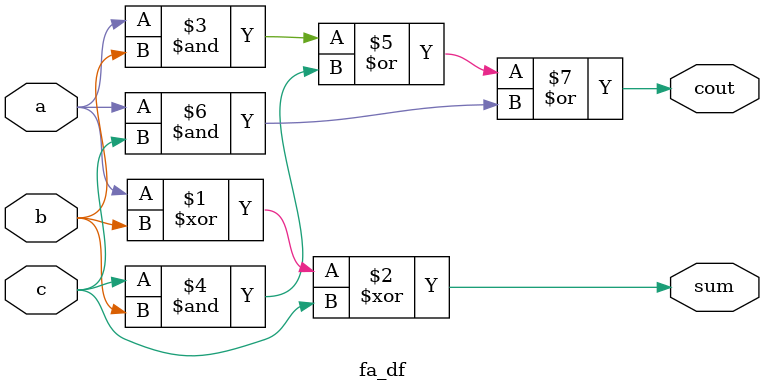
<source format=v>
`timescale 1ns / 1ps
module fa_df(a,b,c,sum,cout);
	input a,b,c;
	output sum,cout;
	
	assign sum = a^b^c;
	assign cout= (a&b |c&b |a&c);


endmodule

</source>
